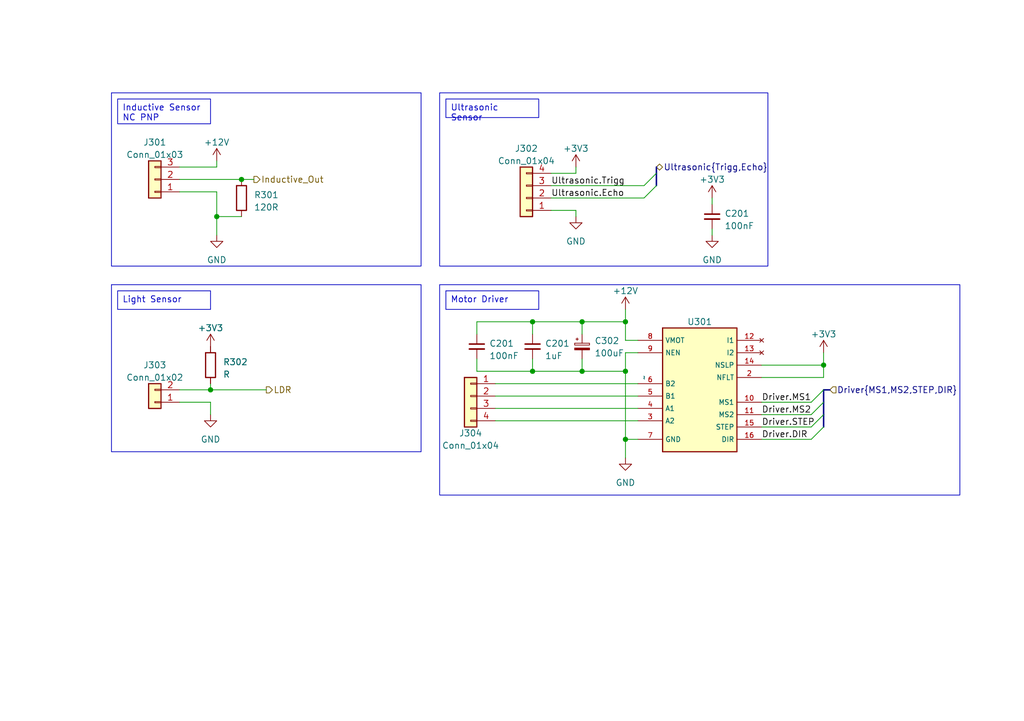
<source format=kicad_sch>
(kicad_sch (version 20230121) (generator eeschema)
  (paper "A5")
  (lib_symbols
    (symbol "318_Part_Library:MP6500"
      (property "Reference" "U" (at 0 0 0))
      (symbol "MP6500_0_0"
        (rectangle (start -7.62 -2.54) (end 7.62 -27.94) (stroke (width 0.254)) (fill (type background)))
      )
      (symbol "MP6500_1_0"
        (pin power_in line (at -12.7 -25.4 0) (length 5.08) hide (name "GND") (number "1"))
        (pin input line (at 12.7 -17.78 180) (length 5.08) (name "MS1") (number "10"))
        (pin input line (at 12.7 -20.32 180) (length 5.08) (name "MS2") (number "11"))
        (pin no_connect line (at 12.7 -5.08 180) (length 5.08) (name "I1") (number "12"))
        (pin no_connect line (at 12.7 -7.62 180) (length 5.08) (name "I2") (number "13"))
        (pin input line (at 12.7 -10.16 180) (length 5.08) (name "NSLP") (number "14"))
        (pin input line (at 12.7 -22.86 180) (length 5.08) (name "STEP") (number "15"))
        (pin input line (at 12.7 -25.4 180) (length 5.08) (name "DIR") (number "16"))
        (pin input line (at 12.7 -12.7 180) (length 5.08) (name "NFLT") (number "2"))
        (pin output line (at -12.7 -21.59 0) (length 5.08) (name "A2") (number "3"))
        (pin output line (at -12.7 -19.05 0) (length 5.08) (name "A1") (number "4"))
        (pin output line (at -12.7 -16.51 0) (length 5.08) (name "B1") (number "5"))
        (pin output line (at -12.7 -13.97 0) (length 5.08) (name "B2") (number "6"))
        (pin power_in line (at -12.7 -25.4 0) (length 5.08) (name "GND") (number "7"))
        (pin power_in line (at -12.7 -5.08 0) (length 5.08) (name "VMOT") (number "8"))
        (pin input line (at -12.7 -7.62 0) (length 5.08) (name "NEN") (number "9"))
      )
    )
    (symbol "Connector_Generic:Conn_01x02" (pin_names (offset 1.016) hide)
      (property "Reference" "J" (at 0 2.54 0))
      (property "Value" "Conn_01x02" (at 0 -5.08 0))
      (symbol "Conn_01x02_1_1"
        (rectangle (start -1.27 -2.413) (end 0 -2.667) (stroke (width 0.1524)))
        (rectangle (start -1.27 0.127) (end 0 -0.127) (stroke (width 0.1524)))
        (rectangle (start -1.27 1.27) (end 1.27 -3.81) (stroke (width 0.254)) (fill (type background)))
        (pin passive line (at -5.08 0 0) (length 3.81) (name "Pin_1") (number "1"))
        (pin passive line (at -5.08 -2.54 0) (length 3.81) (name "Pin_2") (number "2"))
      )
    )
    (symbol "Connector_Generic:Conn_01x03" (pin_names (offset 1.016) hide)
      (property "Reference" "J" (at 0 5.08 0))
      (property "Value" "Conn_01x03" (at 0 -5.08 0))
      (symbol "Conn_01x03_1_1"
        (rectangle (start -1.27 -2.413) (end 0 -2.667) (stroke (width 0.1524)))
        (rectangle (start -1.27 0.127) (end 0 -0.127) (stroke (width 0.1524)))
        (rectangle (start -1.27 2.667) (end 0 2.413) (stroke (width 0.1524)))
        (rectangle (start -1.27 3.81) (end 1.27 -3.81) (stroke (width 0.254)) (fill (type background)))
        (pin passive line (at -5.08 2.54 0) (length 3.81) (name "Pin_1") (number "1"))
        (pin passive line (at -5.08 0 0) (length 3.81) (name "Pin_2") (number "2"))
        (pin passive line (at -5.08 -2.54 0) (length 3.81) (name "Pin_3") (number "3"))
      )
    )
    (symbol "Connector_Generic:Conn_01x04" (pin_names (offset 1.016) hide)
      (property "Reference" "J" (at 0 5.08 0))
      (property "Value" "Conn_01x04" (at 0 -7.62 0))
      (symbol "Conn_01x04_1_1"
        (rectangle (start -1.27 -4.953) (end 0 -5.207) (stroke (width 0.1524)))
        (rectangle (start -1.27 -2.413) (end 0 -2.667) (stroke (width 0.1524)))
        (rectangle (start -1.27 0.127) (end 0 -0.127) (stroke (width 0.1524)))
        (rectangle (start -1.27 2.667) (end 0 2.413) (stroke (width 0.1524)))
        (rectangle (start -1.27 3.81) (end 1.27 -6.35) (stroke (width 0.254)) (fill (type background)))
        (pin passive line (at -5.08 2.54 0) (length 3.81) (name "Pin_1") (number "1"))
        (pin passive line (at -5.08 0 0) (length 3.81) (name "Pin_2") (number "2"))
        (pin passive line (at -5.08 -2.54 0) (length 3.81) (name "Pin_3") (number "3"))
        (pin passive line (at -5.08 -5.08 0) (length 3.81) (name "Pin_4") (number "4"))
      )
    )
    (symbol "Device:C_Polarized_Small" (pin_numbers hide) (pin_names (offset 0.254) hide)
      (property "Reference" "C" (at 0.254 1.778 0))
      (property "Value" "C_Polarized_Small" (at 0.254 -2.032 0))
      (symbol "C_Polarized_Small_0_1"
        (rectangle (start -1.524 -0.3048) (end 1.524 -0.6858) (fill (type outline)))
        (rectangle (start -1.524 0.6858) (end 1.524 0.3048))
        (polyline (pts (xy -1.27 1.524) (xy -0.762 1.524)))
        (polyline (pts (xy -1.016 1.27) (xy -1.016 1.778)))
      )
      (symbol "C_Polarized_Small_1_1"
        (pin passive line (at 0 2.54 270) (length 1.8542) (name "~") (number "1"))
        (pin passive line (at 0 -2.54 90) (length 1.8542) (name "~") (number "2"))
      )
    )
    (symbol "Device:C_Small" (pin_numbers hide) (pin_names (offset 0.254) hide)
      (property "Reference" "C" (at 0.254 1.778 0))
      (property "Value" "C_Small" (at 0.254 -2.032 0))
      (symbol "C_Small_0_1"
        (polyline (pts (xy -1.524 -0.508) (xy 1.524 -0.508)) (stroke (width 0.3302)))
        (polyline (pts (xy -1.524 0.508) (xy 1.524 0.508)) (stroke (width 0.3048)))
      )
      (symbol "C_Small_1_1"
        (pin passive line (at 0 2.54 270) (length 2.032) (name "~") (number "1"))
        (pin passive line (at 0 -2.54 90) (length 2.032) (name "~") (number "2"))
      )
    )
    (symbol "Device:R" (pin_numbers hide) (pin_names (offset 0))
      (property "Reference" "R" (at 2.032 0 90))
      (property "Value" "R" (at 0 0 90))
      (symbol "R_0_1"
        (rectangle (start -1.016 -2.54) (end 1.016 2.54) (stroke (width 0.254)))
      )
      (symbol "R_1_1"
        (pin passive line (at 0 3.81 270) (length 1.27) (name "~") (number "1"))
        (pin passive line (at 0 -3.81 90) (length 1.27) (name "~") (number "2"))
      )
    )
    (symbol "power:+12V" (power) (pin_names (offset 0))
      (property "Value" "+12V" (at 0 3.556 0))
      (symbol "+12V_0_1"
        (polyline (pts (xy -0.762 1.27) (xy 0 2.54)))
        (polyline (pts (xy 0 0) (xy 0 2.54)))
        (polyline (pts (xy 0 2.54) (xy 0.762 1.27)))
      )
      (symbol "+12V_1_1"
        (pin power_in line (at 0 0 90) (length 0) hide (name "+12V") (number "1"))
      )
    )
    (symbol "power:+3V3" (power) (pin_names (offset 0))
      (property "Value" "+3V3" (at 0 3.556 0))
      (symbol "+3V3_0_1"
        (polyline (pts (xy -0.762 1.27) (xy 0 2.54)))
        (polyline (pts (xy 0 0) (xy 0 2.54)))
        (polyline (pts (xy 0 2.54) (xy 0.762 1.27)))
      )
      (symbol "+3V3_1_1"
        (pin power_in line (at 0 0 90) (length 0) hide (name "+3V3") (number "1"))
      )
    )
    (symbol "power:GND" (power) (pin_names (offset 0))
      (property "Value" "GND" (at 0 -3.81 0))
      (symbol "GND_0_1"
        (polyline (pts (xy 0 0) (xy 0 -1.27) (xy 1.27 -1.27) (xy 0 -2.54) (xy -1.27 -1.27) (xy 0 -1.27)))
      )
      (symbol "GND_1_1"
        (pin power_in line (at 0 0 270) (length 0) hide (name "GND") (number "1"))
      )
    )
  )
  (junction (at 49.53 36.83))
  (junction (at 128.27 66.04))
  (junction (at 119.38 76.2))
  (junction (at 44.45 44.45))
  (junction (at 109.22 76.2))
  (junction (at 128.27 90.17))
  (junction (at 168.91 74.93))
  (junction (at 119.38 66.04))
  (junction (at 43.18 80.01))
  (junction (at 128.27 76.2))
  (junction (at 109.22 66.04))
  (bus_entry (at 168.91 80.01) (size -2.54 2.54))
  (bus_entry (at 168.91 87.63) (size -2.54 2.54))
  (bus_entry (at 134.62 38.1) (size -2.54 2.54))
  (bus_entry (at 168.91 85.09) (size -2.54 2.54))
  (bus_entry (at 168.91 82.55) (size -2.54 2.54))
  (bus_entry (at 134.62 35.56) (size -2.54 2.54))
  (wire (pts (xy 130.81 69.85) (xy 128.27 69.85)))
  (wire (pts (xy 36.83 82.55) (xy 43.18 82.55)))
  (bus (pts (xy 168.91 85.09) (xy 168.91 87.63)))
  (wire (pts (xy 97.79 76.2) (xy 109.22 76.2)))
  (wire (pts (xy 101.6 83.82) (xy 130.81 83.82)))
  (wire (pts (xy 113.03 40.64) (xy 132.08 40.64)))
  (wire (pts (xy 128.27 69.85) (xy 128.27 66.04)))
  (wire (pts (xy 43.18 78.74) (xy 43.18 80.01)))
  (wire (pts (xy 109.22 73.66) (xy 109.22 76.2)))
  (bus (pts (xy 170.18 80.01) (xy 168.91 80.01)))
  (wire (pts (xy 44.45 44.45) (xy 44.45 48.26)))
  (wire (pts (xy 119.38 73.66) (xy 119.38 76.2)))
  (wire (pts (xy 44.45 34.29) (xy 36.83 34.29)))
  (bus (pts (xy 134.62 34.29) (xy 134.62 35.56)))
  (wire (pts (xy 156.21 85.09) (xy 166.37 85.09)))
  (wire (pts (xy 168.91 74.93) (xy 168.91 72.39)))
  (wire (pts (xy 119.38 76.2) (xy 128.27 76.2)))
  (wire (pts (xy 43.18 82.55) (xy 43.18 85.09)))
  (wire (pts (xy 146.05 46.99) (xy 146.05 48.26)))
  (wire (pts (xy 168.91 77.47) (xy 168.91 74.93)))
  (wire (pts (xy 109.22 66.04) (xy 119.38 66.04)))
  (wire (pts (xy 156.21 90.17) (xy 166.37 90.17)))
  (wire (pts (xy 101.6 78.74) (xy 130.81 78.74)))
  (wire (pts (xy 43.18 80.01) (xy 54.61 80.01)))
  (bus (pts (xy 168.91 82.55) (xy 168.91 85.09)))
  (wire (pts (xy 118.11 35.56) (xy 118.11 34.29)))
  (wire (pts (xy 36.83 36.83) (xy 49.53 36.83)))
  (wire (pts (xy 97.79 73.66) (xy 97.79 76.2)))
  (wire (pts (xy 128.27 76.2) (xy 128.27 90.17)))
  (bus (pts (xy 134.62 35.56) (xy 134.62 38.1)))
  (wire (pts (xy 130.81 72.39) (xy 128.27 72.39)))
  (wire (pts (xy 128.27 66.04) (xy 128.27 63.5)))
  (wire (pts (xy 44.45 39.37) (xy 44.45 44.45)))
  (wire (pts (xy 44.45 44.45) (xy 49.53 44.45)))
  (wire (pts (xy 44.45 33.02) (xy 44.45 34.29)))
  (wire (pts (xy 156.21 82.55) (xy 166.37 82.55)))
  (wire (pts (xy 36.83 39.37) (xy 44.45 39.37)))
  (wire (pts (xy 36.83 80.01) (xy 43.18 80.01)))
  (wire (pts (xy 156.21 77.47) (xy 168.91 77.47)))
  (bus (pts (xy 168.91 80.01) (xy 168.91 82.55)))
  (wire (pts (xy 132.08 38.1) (xy 113.03 38.1)))
  (wire (pts (xy 113.03 43.18) (xy 118.11 43.18)))
  (wire (pts (xy 156.21 74.93) (xy 168.91 74.93)))
  (wire (pts (xy 113.03 35.56) (xy 118.11 35.56)))
  (wire (pts (xy 128.27 90.17) (xy 128.27 93.98)))
  (wire (pts (xy 109.22 66.04) (xy 109.22 68.58)))
  (wire (pts (xy 119.38 66.04) (xy 119.38 68.58)))
  (wire (pts (xy 49.53 36.83) (xy 52.07 36.83)))
  (wire (pts (xy 128.27 72.39) (xy 128.27 76.2)))
  (wire (pts (xy 146.05 40.64) (xy 146.05 41.91)))
  (wire (pts (xy 119.38 66.04) (xy 128.27 66.04)))
  (wire (pts (xy 101.6 81.28) (xy 130.81 81.28)))
  (wire (pts (xy 130.81 90.17) (xy 128.27 90.17)))
  (wire (pts (xy 166.37 87.63) (xy 156.21 87.63)))
  (wire (pts (xy 97.79 66.04) (xy 97.79 68.58)))
  (wire (pts (xy 109.22 76.2) (xy 119.38 76.2)))
  (wire (pts (xy 97.79 66.04) (xy 109.22 66.04)))
  (wire (pts (xy 101.6 86.36) (xy 130.81 86.36)))
  (wire (pts (xy 118.11 43.18) (xy 118.11 44.45)))
  (rectangle (start 90.17 58.42) (end 196.85 101.6))
  (rectangle (start 22.86 58.42) (end 86.36 92.71))
  (rectangle (start 90.17 19.05) (end 157.48 54.61))
  (rectangle (start 22.86 19.05) (end 86.36 54.61))
  (text_box "Motor Driver" (at 91.44 59.69 0) (size 19.05 3.81) (effects (font (size 1.27 1.27)) (justify left top)))
  (text_box "Inductive Sensor\nNC PNP\n" (at 24.13 20.32 0) (size 19.05 5.08) (effects (font (size 1.27 1.27)) (justify left top)))
  (text_box "Ultrasonic Sensor\n\n" (at 91.44 20.32 0) (size 19.05 3.81) (effects (font (size 1.27 1.27)) (justify left top)))
  (text_box "Light Sensor\n" (at 24.13 59.69 0) (size 19.05 3.81) (effects (font (size 1.27 1.27)) (justify left top)))
  (label "Driver.MS2" (at 156.21 85.09 0))
  (label "Driver.STEP" (at 156.21 87.63 0))
  (label "Ultrasonic.Echo" (at 113.03 40.64 0))
  (label "Driver.DIR" (at 156.21 90.17 0))
  (label "Ultrasonic.Trigg" (at 113.03 38.1 0))
  (label "Driver.MS1" (at 156.21 82.55 0))
  (hierarchical_label "LDR" (shape output) (at 54.61 80.01 0))
  (hierarchical_label "Ultrasonic{Trigg,Echo}" (shape bidirectional) (at 134.62 34.29 0))
  (hierarchical_label "Driver{MS1,MS2,STEP,DIR}" (shape input) (at 170.18 80.01 0))
  (hierarchical_label "Inductive_Out" (shape output) (at 52.07 36.83 0))
  (symbol (lib_id "Device:C_Small") (at 97.79 71.12 0) (unit 1)
    (property "Reference" "C201" (at 100.33 70.4913 0) (effects (justify left)))
    (property "Value" "100nF" (at 100.33 73.0313 0) (effects (justify left)))
    (property "Footprint" "Capacitor_THT:C_Disc_D4.3mm_W1.9mm_P5.00mm" (effects hide))
    (instances (project "PCB_Project" (path "" (reference "C201") (unit 1)) (path "" (reference "C303") (unit 1))))
  )
  (symbol (lib_id "power:GND") (at 44.45 48.26 0) (unit 1)
    (property "Reference" "#PWR0304" (effects hide))
    (property "Value" "GND" (at 44.45 53.34 0))
  )
  (symbol (lib_id "power:+3V3") (at 118.11 34.29 0) (unit 1)
    (property "Reference" "#PWR0301" (effects hide))
    (property "Value" "+3V3" (at 118.11 30.48 0))
  )
  (symbol (lib_id "Connector_Generic:Conn_01x03") (at 31.75 36.83 180) (unit 1)
    (property "Reference" "J301" (at 31.75 29.21 0))
    (property "Value" "Conn_01x03" (at 31.75 31.75 0))
    (property "Footprint" "Connector_PinHeader_2.54mm:PinHeader_1x03_P2.54mm_Vertical" (effects hide))
  )
  (symbol (lib_id "power:+12V") (at 128.27 63.5 0) (unit 1)
    (property "Reference" "#PWR0307" (effects hide))
    (property "Value" "+12V" (at 128.27 59.69 0))
  )
  (symbol (lib_id "power:GND") (at 146.05 48.26 0) (unit 1)
    (property "Reference" "#PWR0311" (effects hide))
    (property "Value" "GND" (at 146.05 53.34 0))
  )
  (symbol (lib_id "power:GND") (at 118.11 44.45 0) (unit 1)
    (property "Reference" "#PWR0302" (effects hide))
    (property "Value" "GND" (at 118.11 49.53 0))
  )
  (symbol (lib_id "power:GND") (at 43.18 85.09 0) (unit 1)
    (property "Reference" "#PWR0305" (effects hide))
    (property "Value" "GND" (at 43.18 90.17 0))
  )
  (symbol (lib_id "power:GND") (at 128.27 93.98 0) (unit 1)
    (property "Reference" "#PWR0308" (effects hide))
    (property "Value" "GND" (at 128.27 99.06 0))
  )
  (symbol (lib_id "power:+3V3") (at 43.18 71.12 0) (unit 1)
    (property "Reference" "#PWR0306" (effects hide))
    (property "Value" "+3V3" (at 43.18 67.31 0))
  )
  (symbol (lib_id "power:+3V3") (at 168.91 72.39 0) (unit 1)
    (property "Reference" "#PWR0309" (effects hide))
    (property "Value" "+3V3" (at 168.91 68.58 0))
  )
  (symbol (lib_id "Device:R") (at 49.53 40.64 0) (unit 1)
    (property "Reference" "R301" (at 52.07 40.005 0) (effects (justify left)))
    (property "Value" "120R" (at 52.07 42.545 0) (effects (justify left)))
    (property "Footprint" "Resistor_THT:R_Axial_DIN0204_L3.6mm_D1.6mm_P7.62mm_Horizontal" (effects hide))
  )
  (symbol (lib_id "power:+12V") (at 44.45 33.02 0) (unit 1)
    (property "Reference" "#PWR0303" (effects hide))
    (property "Value" "+12V" (at 44.45 29.21 0))
  )
  (symbol (lib_id "power:+3V3") (at 146.05 40.64 0) (unit 1)
    (property "Reference" "#PWR0310" (effects hide))
    (property "Value" "+3V3" (at 146.05 36.83 0))
  )
  (symbol (lib_id "Device:C_Polarized_Small") (at 119.38 71.12 0) (unit 1)
    (property "Reference" "C302" (at 121.92 69.9389 0) (effects (justify left)))
    (property "Value" "100uF" (at 121.92 72.4789 0) (effects (justify left)))
  )
  (symbol (lib_id "Connector_Generic:Conn_01x04") (at 107.95 40.64 180) (unit 1)
    (property "Reference" "J302" (at 107.95 30.48 0))
    (property "Value" "Conn_01x04" (at 107.95 33.02 0))
    (property "Footprint" "Connector_PinHeader_2.54mm:PinHeader_1x04_P2.54mm_Vertical" (effects hide))
  )
  (symbol (lib_id "Device:C_Small") (at 109.22 71.12 0) (unit 1)
    (property "Reference" "C201" (at 111.76 70.4913 0) (effects (justify left)))
    (property "Value" "1uF" (at 111.76 73.0313 0) (effects (justify left)))
    (property "Footprint" "Capacitor_THT:C_Disc_D4.3mm_W1.9mm_P5.00mm" (effects hide))
    (instances (project "PCB_Project" (path "" (reference "C201") (unit 1)) (path "" (reference "C301") (unit 1))))
  )
  (symbol (lib_id "Device:C_Small") (at 146.05 44.45 0) (unit 1)
    (property "Reference" "C201" (at 148.59 43.8213 0) (effects (justify left)))
    (property "Value" "100nF" (at 148.59 46.3613 0) (effects (justify left)))
    (property "Footprint" "Capacitor_THT:C_Disc_D4.3mm_W1.9mm_P5.00mm" (effects hide))
    (instances (project "PCB_Project" (path "" (reference "C201") (unit 1)) (path "" (reference "C304") (unit 1))))
  )
  (symbol (lib_id "Connector_Generic:Conn_01x04") (at 96.52 81.28 0) (mirror y) (unit 1)
    (property "Reference" "J304" (at 96.52 88.9 0))
    (property "Value" "Conn_01x04" (at 96.52 91.44 0))
    (property "Footprint" "Connector_PinHeader_2.54mm:PinHeader_1x04_P2.54mm_Vertical" (effects hide))
  )
  (symbol (lib_id "Connector_Generic:Conn_01x02") (at 31.75 82.55 180) (unit 1)
    (property "Reference" "J303" (at 31.75 74.93 0))
    (property "Value" "Conn_01x02" (at 31.75 77.47 0))
    (property "Footprint" "Connector_PinHeader_2.54mm:PinHeader_1x02_P2.54mm_Vertical" (effects hide))
  )
  (symbol (lib_id "Device:R") (at 43.18 74.93 0) (unit 1)
    (property "Reference" "R302" (at 45.72 74.295 0) (effects (justify left)))
    (property "Value" "R" (at 45.72 76.835 0) (effects (justify left)))
    (property "Footprint" "Resistor_THT:R_Axial_DIN0204_L3.6mm_D1.6mm_P7.62mm_Horizontal" (effects hide))
  )
  (symbol (lib_id "318_Part_Library:MP6500") (at 143.51 64.77 0) (unit 1)
    (property "Reference" "U301" (at 143.51 66.04 0))
    (property "Value" "~" (at 132.08 77.47 90))
    (property "Footprint" "318_Footprint_Library:MP6500" (effects hide))
  )
)
</source>
